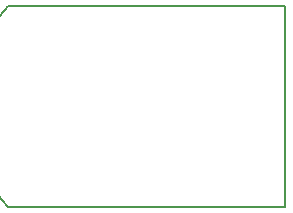
<source format=gbr>
G04 #@! TF.FileFunction,Profile,NP*
%FSLAX46Y46*%
G04 Gerber Fmt 4.6, Leading zero omitted, Abs format (unit mm)*
G04 Created by KiCad (PCBNEW 4.0.0-rc1-stable) date 16.11.2015 3:08:45*
%MOMM*%
G01*
G04 APERTURE LIST*
%ADD10C,0.100000*%
%ADD11C,0.150000*%
G04 APERTURE END LIST*
D10*
D11*
X151400000Y-79100000D02*
X127900000Y-79100000D01*
X151400000Y-96100000D02*
X151400000Y-79100000D01*
X127900000Y-96100000D02*
X151400000Y-96100000D01*
X127900000Y-79100000D02*
G75*
G03X127900000Y-96100000I8500000J-8500000D01*
G01*
M02*

</source>
